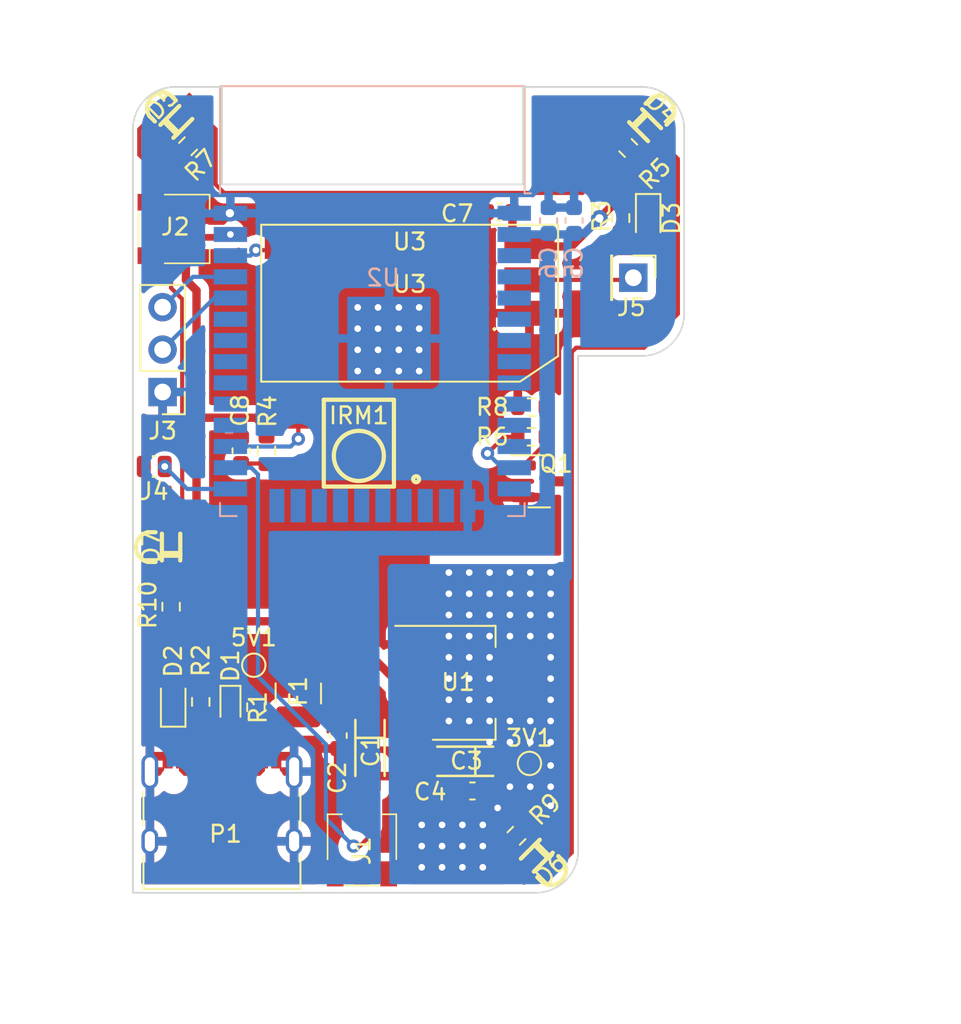
<source format=kicad_pcb>
(kicad_pcb (version 20210606) (generator pcbnew)
  (layers (0 "F.Cu" signal) (31 "B.Cu" signal) (34 "B.Paste" user) (35 "F.Paste" user) (36 "B.SilkS" user "B.Silkscreen") (37 "F.SilkS" user "F.Silkscreen") (38 "B.Mask" user) (39 "F.Mask" user) (44 "Edge.Cuts" user))
  (net 0 "")
  (net 1 "VCC")
  (net 2 "GND")
  (net 3 "3V3")
  (net 4 "Net-(C8-Pad1)")
  (net 5 "Net-(D2-Pad2)")
  (net 6 "/TEST_LED0")
  (net 7 "Net-(D3-Pad2)")
  (net 8 "Net-(F1-Pad2)")
  (net 9 "/IR_RX0")
  (net 10 "/SENSOR2")
  (net 11 "/SENSOR1")
  (net 12 "/MCU_IO0")
  (net 15 "/IR_TX0")
  (net 16 "/MCU_EN")
  (net 26 "/433M_DAT")
  (net 39 "/MCU_RX0")
  (net 40 "/MCU_TX0")
  (net 42 "Net-(D4-Pad2)")
  (net 43 "Net-(D4-Pad1)")
  (net 44 "Net-(D5-Pad2)")
  (net 45 "Net-(D6-Pad2)")
  (net 48 "Net-(J5-Pad1)")
  (net 49 "Net-(D7-Pad2)")
  (net 53 "Net-(Q1-Pad1)")
  (footprint "kay:CAP-SMD_L3.2-W1.6-RD" (layer "F.Cu") (at 45.303694 65.786)
    (fp_text reference "C3" (at 0.071855 -0.018863) (layer "F.SilkS"))
    (fp_text value "22u")
    (pad "1" smd rect locked (at 1.686306 0) (size 1.757502 1.29601) (layers "F.Cu" "F.Paste" "F.Mask") (net 3 "3V3"))
    (pad "2" smd rect locked (at -1.686306 0) (size 1.757502 1.29601) (layers "F.Cu" "F.Paste" "F.Mask") (net 2 "GND"))
  )
  (footprint "Package_TO_SOT_SMD:SOT-23" (layer "F.Cu") (at 49.7332 49.022)
    (fp_text reference "Q1" (at 1.016 -1.0414) (layer "F.SilkS"))
    (fp_text value "Q_NPN_BEC")
    (pad "1" smd roundrect locked (at -0.9375 -0.95) (size 1.475 0.6) (layers "F.Cu" "F.Paste" "F.Mask") (net 53 "Net-(Q1-Pad1)"))
    (pad "2" smd roundrect locked (at -0.9375 0.95) (size 1.475 0.6) (layers "F.Cu" "F.Paste" "F.Mask") (net 2 "GND"))
    (pad "3" smd roundrect locked (at 0.9375 0) (size 1.475 0.6) (layers "F.Cu" "F.Paste" "F.Mask") (net 43 "Net-(D4-Pad1)"))
  )
  (footprint "kay:433M_ANT" (layer "F.Cu") (at 55.372 36.83 -90)
    (fp_text reference "J5" (at 1.778 0.127 180) (layer "F.SilkS"))
    (fp_text value "Conn_01x01_Male")
    (pad "1" thru_hole rect locked (at 0 0 270) (size 1.7 1.7) (drill 1) (layers *.Cu *.Mask) (net 48 "Net-(J5-Pad1)"))
  )
  (footprint "kay:LED-SMD_L3.0-W2.7-RD" (layer "F.Cu") (at 56.076407 27.692776 135)
    (fp_text reference "D4" (at 0 1.436841 315) (layer "F.SilkS"))
    (fp_text value "IR")
    (pad "1" smd rect locked (at -1.350035 0 225) (size 1.399997 0.899998) (layers "F.Cu" "F.Paste" "F.Mask") (net 43 "Net-(D4-Pad1)"))
    (pad "2" smd rect locked (at 1.349985 0 225) (size 1.399997 0.899998) (layers "F.Cu" "F.Paste" "F.Mask") (net 42 "Net-(D4-Pad2)"))
  )
  (footprint "Connector_PinHeader_2.54mm:PinHeader_1x03_P2.54mm_Vertical" (layer "F.Cu") (at 27.178 43.673 180)
    (fp_text reference "J3" (at 0 -2.33) (layer "F.SilkS"))
    (fp_text value "M_SERIAL")
    (pad "1" thru_hole rect locked (at 0 0 180) (size 1.7 1.7) (drill 1) (layers *.Cu *.Mask) (net 2 "GND"))
    (pad "2" thru_hole oval locked (at 0 2.54 180) (size 1.7 1.7) (drill 1) (layers *.Cu *.Mask) (net 39 "/MCU_RX0"))
    (pad "3" thru_hole oval locked (at 0 5.08 180) (size 1.7 1.7) (drill 1) (layers *.Cu *.Mask) (net 40 "/MCU_TX0"))
  )
  (footprint "Resistor_SMD:R_0603_1608Metric" (layer "F.Cu") (at 54.61 33.2595 90)
    (fp_text reference "R3" (at 0.1125 -1.143 90) (layer "F.SilkS"))
    (fp_text value "47K")
    (pad "1" smd roundrect locked (at -0.825 0 90) (size 0.8 0.95) (layers "F.Cu" "F.Paste" "F.Mask") (net 7 "Net-(D3-Pad2)"))
    (pad "2" smd roundrect locked (at 0.825 0 90) (size 0.8 0.95) (layers "F.Cu" "F.Paste" "F.Mask") (net 3 "3V3"))
  )
  (footprint "Resistor_SMD:R_0603_1608Metric" (layer "F.Cu") (at 27.686 56.530985 -90)
    (fp_text reference "R10" (at -0.110965 1.397 90) (layer "F.SilkS"))
    (fp_text value "47")
    (pad "1" smd roundrect locked (at -0.825 0 270) (size 0.8 0.95) (layers "F.Cu" "F.Paste" "F.Mask") (net 49 "Net-(D7-Pad2)"))
    (pad "2" smd roundrect locked (at 0.825 0 270) (size 0.8 0.95) (layers "F.Cu" "F.Paste" "F.Mask") (net 3 "3V3"))
  )
  (footprint "kay:SMD_IRM-H638T-TR2-DX" (layer "F.Cu") (at 38.93312 46.736 -90)
    (fp_text reference "IRM1" (at -1.651 0) (layer "F.SilkS"))
    (fp_text value "IRM-H638T_TR2(DX)")
    (pad "1" smd rect locked (at 1.27 -3.499866 270) (size 0.799998 1.999996) (layers "F.Cu" "F.Paste" "F.Mask") (net 2 "GND"))
    (pad "2" smd rect locked (at -1.27 -3.50012 270) (size 0.799998 1.999996) (layers "F.Cu" "F.Paste" "F.Mask") (net 2 "GND"))
    (pad "3" smd rect locked (at -1.27 3.50012 270) (size 0.799998 1.999996) (layers "F.Cu" "F.Paste" "F.Mask") (net 9 "/IR_RX0"))
    (pad "4" smd rect locked (at 1.27 3.50012 270) (size 0.799998 1.999996) (layers "F.Cu" "F.Paste" "F.Mask") (net 4 "Net-(C8-Pad1)"))
  )
  (footprint "TestPoint:TestPoint_Pad_D1.0mm" (layer "F.Cu") (at 32.639 60.0325)
    (fp_text reference "5V1" (at 0 -1.651) (layer "F.SilkS"))
    (fp_text value "5V")
    (pad "1" smd circle locked (at 0 0) (size 1 1) (layers "F.Cu" "F.Mask") (net 1 "VCC"))
  )
  (footprint "Resistor_SMD:R_0603_1608Metric" (layer "F.Cu") (at 48.373053 70.244947 -135)
    (fp_text reference "R9" (at -2.334879 -0.098168 45) (layer "F.SilkS"))
    (fp_text value "47")
    (pad "1" smd roundrect locked (at -0.825 0 225) (size 0.8 0.95) (layers "F.Cu" "F.Paste" "F.Mask") (net 45 "Net-(D6-Pad2)"))
    (pad "2" smd roundrect locked (at 0.825 0 225) (size 0.8 0.95) (layers "F.Cu" "F.Paste" "F.Mask") (net 3 "3V3"))
  )
  (footprint "LED_SMD:LED_0603_1608Metric" (layer "F.Cu") (at 27.813 62.23 90)
    (fp_text reference "D2" (at 2.4385 0 90) (layer "F.SilkS"))
    (fp_text value "POWER")
    (pad "1" smd roundrect locked (at -0.7875 0 90) (size 0.875 0.95) (layers "F.Cu" "F.Paste" "F.Mask") (net 2 "GND"))
    (pad "2" smd roundrect locked (at 0.7875 0 90) (size 0.875 0.95) (layers "F.Cu" "F.Paste" "F.Mask") (net 5 "Net-(D2-Pad2)"))
  )
  (footprint "kay:LED-SMD_L3.0-W2.7-RD" (layer "F.Cu") (at 49.591416 71.439584 45)
    (fp_text reference "D6" (at 0 1.193533 45) (layer "F.SilkS"))
    (fp_text value "IR")
    (pad "1" smd rect locked (at -1.350035 0 135) (size 1.399997 0.899998) (layers "F.Cu" "F.Paste" "F.Mask") (net 43 "Net-(D4-Pad1)"))
    (pad "2" smd rect locked (at 1.349985 0 135) (size 1.399997 0.899998) (layers "F.Cu" "F.Paste" "F.Mask") (net 45 "Net-(D6-Pad2)"))
  )
  (footprint "Resistor_SMD:R_0603_1608Metric" (layer "F.Cu") (at 49.276 46.355)
    (fp_text reference "R6" (at -2.35 0) (layer "F.SilkS"))
    (fp_text value "1k")
    (pad "1" smd roundrect locked (at -0.825 0) (size 0.8 0.95) (layers "F.Cu" "F.Paste" "F.Mask") (net 15 "/IR_TX0"))
    (pad "2" smd roundrect locked (at 0.825 0) (size 0.8 0.95) (layers "F.Cu" "F.Paste" "F.Mask") (net 53 "Net-(Q1-Pad1)"))
  )
  (footprint "kay:SH1.0MM-SMD" (layer "F.Cu") (at 39.116 71.779)
    (fp_text reference "J1" (at 0 -0.635 90 unlocked) (layer "F.SilkS"))
    (fp_text value "sensor")
    (pad "" smd rect (at -1.6 0.75) (size 1 1.5) (layers "F.Cu" "F.Paste" "F.Mask"))
    (pad "" smd rect (at 1.6 0.75) (size 1 1.5) (layers "F.Cu" "F.Paste" "F.Mask"))
    (pad "1" smd rect locked (at -0.5 -2.83) (size 0.4 1.5) (layers "F.Cu" "F.Paste" "F.Mask") (net 2 "GND"))
    (pad "2" smd rect locked (at 0.5 -2.83) (size 0.4 1.5) (layers "F.Cu" "F.Paste" "F.Mask") (net 11 "/SENSOR1"))
  )
  (footprint "Capacitor_SMD:C_0603_1608Metric" (layer "F.Cu") (at 31.877 47.181 90)
    (fp_text reference "C8" (at 2.4 -0.05588 90) (layer "F.SilkS"))
    (fp_text value "4.7u")
    (pad "1" smd roundrect locked (at -0.775 0 90) (size 0.9 0.95) (layers "F.Cu" "F.Paste" "F.Mask") (net 4 "Net-(C8-Pad1)"))
    (pad "2" smd roundrect locked (at 0.775 0 90) (size 0.9 0.95) (layers "F.Cu" "F.Paste" "F.Mask") (net 2 "GND"))
  )
  (footprint "TestPoint:TestPoint_Pad_D1.0mm" (layer "F.Cu") (at 49.149 65.913)
    (fp_text reference "3V1" (at 0 -1.524) (layer "F.SilkS"))
    (fp_text value "3V3")
    (pad "1" smd circle locked (at 0 0) (size 1 1) (layers "F.Cu" "F.Mask") (net 3 "3V3"))
  )
  (footprint "Capacitor_SMD:C_0603_1608Metric" (layer "F.Cu") (at 37.694 64.249 -90)
    (fp_text reference "C2" (at 2.527 0.05 90) (layer "F.SilkS"))
    (fp_text value "0.1u")
    (pad "1" smd roundrect locked (at -0.775 0 270) (size 0.9 0.95) (layers "F.Cu" "F.Paste" "F.Mask") (net 1 "VCC"))
    (pad "2" smd roundrect locked (at 0.775 0 270) (size 0.9 0.95) (layers "F.Cu" "F.Paste" "F.Mask") (net 2 "GND"))
  )
  (footprint "Capacitor_SMD:C_0504_1310Metric_Pad0.83x1.28mm_HandSolder" (layer "F.Cu") (at 26.6775 48.133 180)
    (fp_text reference "J4" (at 0 -1.49) (layer "F.SilkS"))
    (fp_text value "mcu_en")
    (pad "1" smd roundrect locked (at -0.6275 0 180) (size 0.835 1.28) (layers "F.Cu" "F.Paste" "F.Mask") (net 12 "/MCU_IO0"))
    (pad "2" smd roundrect locked (at 0.6275 0 180) (size 0.835 1.28) (layers "F.Cu" "F.Paste" "F.Mask") (net 2 "GND"))
  )
  (footprint "kay:LED-SMD_L3.0-W2.7-RD" (layer "F.Cu") (at 27.686 52.959 -90)
    (fp_text reference "D7" (at 0 1.193532 90) (layer "F.SilkS"))
    (fp_text value "IR")
    (pad "1" smd rect (at -1.350035 0) (size 1.399997 0.899998) (layers "F.Cu" "F.Paste" "F.Mask") (net 43 "Net-(D4-Pad1)"))
    (pad "2" smd rect (at 1.349985 0) (size 1.399997 0.899998) (layers "F.Cu" "F.Paste" "F.Mask") (net 49 "Net-(D7-Pad2)"))
  )
  (footprint "Connector_USB:USB_C_Receptacle_HRO_TYPE-C-31-M-12" (layer "F.Cu") (at 30.734 69.529949)
    (fp_text reference "P1" (at 0.209161 0.610551) (layer "F.SilkS"))
    (fp_text value "USB_C_Plug_USB2.0")
    (pad "" np_thru_hole circle locked (at -2.89 -2.6) (size 0.65 0.65) (drill 0.65) (layers *.Cu *.Mask))
    (pad "" np_thru_hole circle locked (at 2.89 -2.6) (size 0.65 0.65) (drill 0.65) (layers *.Cu *.Mask))
    (pad "A1" smd rect locked (at -3.25 -4.045) (size 0.6 1.45) (layers "F.Cu" "F.Paste" "F.Mask") (net 2 "GND"))
    (pad "A4" smd rect locked (at -2.45 -4.045) (size 0.6 1.45) (layers "F.Cu" "F.Paste" "F.Mask") (net 8 "Net-(F1-Pad2)"))
    (pad "A5" smd rect locked (at -1.25 -4.045) (size 0.3 1.45) (layers "F.Cu" "F.Paste" "F.Mask"))
    (pad "A6" smd rect locked (at -0.25 -4.045) (size 0.3 1.45) (layers "F.Cu" "F.Paste" "F.Mask"))
    (pad "A7" smd rect locked (at 0.25 -4.045) (size 0.3 1.45) (layers "F.Cu" "F.Paste" "F.Mask"))
    (pad "A8" smd rect locked (at 1.25 -4.045) (size 0.3 1.45) (layers "F.Cu" "F.Paste" "F.Mask"))
    (pad "A9" smd rect locked (at 2.45 -4.045) (size 0.6 1.45) (layers "F.Cu" "F.Paste" "F.Mask") (net 8 "Net-(F1-Pad2)"))
    (pad "A12" smd rect locked (at 3.25 -4.045) (size 0.6 1.45) (layers "F.Cu" "F.Paste" "F.Mask") (net 2 "GND"))
    (pad "B1" smd rect locked (at 3.25 -4.045) (size 0.6 1.45) (layers "F.Cu" "F.Paste" "F.Mask") (net 2 "GND"))
    (pad "B4" smd rect locked (at 2.45 -4.045) (size 0.6 1.45) (layers "F.Cu" "F.Paste" "F.Mask") (net 8 "Net-(F1-Pad2)"))
    (pad "B5" smd rect locked (at 1.75 -4.045) (size 0.3 1.45) (layers "F.Cu" "F.Paste" "F.Mask"))
    (pad "B6" smd rect locked (at 0.75 -4.045) (size 0.3 1.45) (layers "F.Cu" "F.Paste" "F.Mask"))
    (pad "B7" smd rect locked (at -0.75 -4.045) (size 0.3 1.45) (layers "F.Cu" "F.Paste" "F.Mask"))
    (pad "B8" smd rect locked (at -1.75 -4.045) (size 0.3 1.45) (layers "F.Cu" "F.Paste" "F.Mask"))
    (pad "B9" smd rect locked (at -2.45 -4.045) (size 0.6 1.45) (layers "F.Cu" "F.Paste" "F.Mask") (net 8 "Net-(F1-Pad2)"))
    (pad "B12" smd rect locked (at -3.25 -4.045) (size 0.6 1.45) (layers "F.Cu" "F.Paste" "F.Mask") (net 2 "GND"))
    (pad "S1" thru_hole oval locked (at 4.32 1.05) (size 1 1.6) (drill oval 0.6 1.2) (layers *.Cu *.Mask) (net 2 "GND"))
    (pad "S1" thru_hole oval locked (at -4.32 1.05) (size 1 1.6) (drill oval 0.6 1.2) (layers *.Cu *.Mask) (net 2 "GND"))
    (pad "S1" thru_hole oval locked (at -4.32 -3.13) (size 1 2.1) (drill oval 0.6 1.7) (layers *.Cu *.Mask) (net 2 "GND"))
    (pad "S1" thru_hole oval locked (at 4.32 -3.13) (size 1 2.1) (drill oval 0.6 1.7) (layers *.Cu *.Mask) (net 2 "GND"))
  )
  (footprint "Package_TO_SOT_SMD:SOT-223-3_TabPin2" (layer "F.Cu") (at 45.212 61.087)
    (fp_text reference "U1" (at -0.334363 -0.038) (layer "F.SilkS"))
    (fp_text value "AMS1117-3.3")
    (pad "1" smd rect locked (at -3.15 -2.3) (size 2 1.5) (layers "F.Cu" "F.Paste" "F.Mask") (net 2 "GND"))
    (pad "2" smd rect locked (at -3.15 0) (size 2 1.5) (layers "F.Cu" "F.Paste" "F.Mask") (net 3 "3V3"))
    (pad "2" smd rect locked (at 3.15 0) (size 2 3.8) (layers "F.Cu" "F.Paste" "F.Mask") (net 3 "3V3"))
    (pad "3" smd rect locked (at -3.15 2.3) (size 2 1.5) (layers "F.Cu" "F.Paste" "F.Mask") (net 1 "VCC"))
  )
  (footprint "Resistor_SMD:R_0603_1608Metric" (layer "F.Cu") (at 28.702 28.956 45)
    (fp_text reference "R7" (at -0.269408 1.347038 45) (layer "F.SilkS"))
    (fp_text value "47")
    (pad "1" smd roundrect locked (at -0.825 0 45) (size 0.8 0.95) (layers "F.Cu" "F.Paste" "F.Mask") (net 44 "Net-(D5-Pad2)"))
    (pad "2" smd roundrect locked (at 0.825 0 45) (size 0.8 0.95) (layers "F.Cu" "F.Paste" "F.Mask") (net 3 "3V3"))
  )
  (footprint "Resistor_SMD:R_0603_1608Metric" (layer "F.Cu") (at 33.401 47.181 90)
    (fp_text reference "R4" (at 2.35 0.07112 90) (layer "F.SilkS"))
    (fp_text value "100")
    (pad "1" smd roundrect locked (at -0.825 0 90) (size 0.8 0.95) (layers "F.Cu" "F.Paste" "F.Mask") (net 4 "Net-(C8-Pad1)"))
    (pad "2" smd roundrect locked (at 0.825 0 90) (size 0.8 0.95) (layers "F.Cu" "F.Paste" "F.Mask") (net 3 "3V3"))
  )
  (footprint "kay:FengNiaoR3" (layer "F.Cu") (at 42.228 37.973 180)
    (fp_text reference "U3" (at 0.254 0.762) (layer "F.SilkS"))
    (fp_text value "FengNiaoR3")
    (fp_text user "${REFERENCE}" (at 0.254 3.302) (layer "F.SilkS"))
    (fp_text user "." (at -4.826 -1.524) (layer "F.SilkS"))
    (pad "1" smd rect locked (at 7.429 -0.984 270) (size 1.5 3) (layers "F.Cu" "F.Paste" "F.Mask") (net 2 "GND"))
    (pad "2" smd rect locked (at 7.429 1.016 270) (size 1.5 3) (layers "F.Cu" "F.Paste" "F.Mask") (net 2 "GND"))
    (pad "3" smd rect locked (at 7.429 3.016 270) (size 1.5 3) (layers "F.Cu" "F.Paste" "F.Mask") (net 26 "/433M_DAT"))
    (pad "4" smd rect locked (at -6.921 3.016 270) (size 1.5 3) (layers "F.Cu" "F.Paste" "F.Mask") (net 3 "3V3"))
    (pad "5" smd rect locked (at -6.921 1.016 270) (size 1.5 3) (layers "F.Cu" "F.Paste" "F.Mask") (net 48 "Net-(J5-Pad1)"))
    (pad "6" smd rect locked (at -6.921 -0.984 270) (size 1.5 3) (layers "F.Cu" "F.Paste" "F.Mask") (net 2 "GND"))
  )
  (footprint "Capacitor_SMD:C_0603_1608Metric" (layer "F.Cu") (at 47.358 32.893 180)
    (fp_text reference "C7" (at 2.54 -0.095) (layer "F.SilkS"))
    (fp_text value "4.7u")
    (pad "1" smd roundrect locked (at -0.775 0 180) (size 0.9 0.95) (layers "F.Cu" "F.Paste" "F.Mask") (net 3 "3V3"))
    (pad "2" smd roundrect locked (at 0.775 0 180) (size 0.9 0.95) (layers "F.Cu" "F.Paste" "F.Mask") (net 2 "GND"))
  )
  (footprint "Resistor_SMD:R_0603_1608Metric" (layer "F.Cu") (at 55.068037 29.058437 -45)
    (fp_text reference "R5" (at 2.22592 -0.035921 45) (layer "F.SilkS"))
    (fp_text value "47")
    (pad "1" smd roundrect locked (at -0.825 0 315) (size 0.8 0.95) (layers "F.Cu" "F.Paste" "F.Mask") (net 42 "Net-(D4-Pad2)"))
    (pad "2" smd roundrect locked (at 0.825 0 315) (size 0.8 0.95) (layers "F.Cu" "F.Paste" "F.Mask") (net 3 "3V3"))
  )
  (footprint "Fuse:Fuse_1210_3225Metric" (layer "F.Cu") (at 35.306 61.725 -90)
    (fp_text reference "F1" (at -0.13 0 -90) (layer "F.SilkS"))
    (fp_text value "NC/Fuse")
    (pad "1" smd roundrect locked (at -1.4 0 270) (size 1.25 2.65) (layers "F.Cu" "F.Paste" "F.Mask") (roundrect_rratio 0.2) (net 1 "VCC"))
    (pad "2" smd roundrect locked (at 1.4 0 270) (size 1.25 2.65) (layers "F.Cu" "F.Paste" "F.Mask") (roundrect_rratio 0.2) (net 8 "Net-(F1-Pad2)"))
  )
  (footprint "Diode_SMD:D_SOD-523" (layer "F.Cu") (at 31.242 62.419 -90)
    (fp_text reference "D1" (at -2.348 0 90) (layer "F.SilkS"))
    (fp_text value "SM6T6V8A")
    (pad "1" smd rect locked (at -0.7 0 90) (size 0.6 0.7) (layers "F.Cu" "F.Paste" "F.Mask") (net 1 "VCC"))
    (pad "2" smd rect locked (at 0.7 0 90) (size 0.6 0.7) (layers "F.Cu" "F.Paste" "F.Mask") (net 2 "GND"))
  )
  (footprint "Resistor_SMD:R_0603_1608Metric" (layer "F.Cu") (at 49.276 44.577)
    (fp_text reference "R8" (at -2.35 0) (layer "F.SilkS"))
    (fp_text value "100k")
    (pad "1" smd roundrect locked (at -0.825 0) (size 0.8 0.95) (layers "F.Cu" "F.Paste" "F.Mask") (net 2 "GND"))
    (pad "2" smd roundrect locked (at 0.825 0) (size 0.8 0.95) (layers "F.Cu" "F.Paste" "F.Mask") (net 53 "Net-(Q1-Pad1)"))
  )
  (footprint "Resistor_SMD:R_0603_1608Metric" (layer "F.Cu") (at 29.464 62.23 -90)
    (fp_text reference "R2" (at -2.477 0 -90) (layer "F.SilkS"))
    (fp_text value "47K")
    (pad "1" smd roundrect locked (at -0.825 0 270) (size 0.8 0.95) (layers "F.Cu" "F.Paste" "F.Mask") (net 3 "3V3"))
    (pad "2" smd roundrect locked (at 0.825 0 270) (size 0.8 0.95) (layers "F.Cu" "F.Paste" "F.Mask") (net 5 "Net-(D2-Pad2)"))
  )
  (footprint "Capacitor_SMD:C_0603_1608Metric" (layer "F.Cu") (at 45.733 67.564 180)
    (fp_text reference "C4" (at 2.527 -0.05) (layer "F.SilkS"))
    (fp_text value "0.1u")
    (pad "1" smd roundrect locked (at -0.775 0 180) (size 0.9 0.95) (layers "F.Cu" "F.Paste" "F.Mask") (net 3 "3V3"))
    (pad "2" smd roundrect locked (at 0.775 0 180) (size 0.9 0.95) (layers "F.Cu" "F.Paste" "F.Mask") (net 2 "GND"))
  )
  (footprint "LED_SMD:LED_0603_1608Metric" (layer "F.Cu") (at 56.261 33.2995 -90)
    (fp_text reference "D3" (at -0.0255 -1.397 90) (layer "F.SilkS"))
    (fp_text value "TEST")
    (pad "1" smd roundrect locked (at -0.7875 0 270) (size 0.875 0.95) (layers "F.Cu" "F.Paste" "F.Mask") (net 6 "/TEST_LED0"))
    (pad "2" smd roundrect locked (at 0.7875 0 270) (size 0.875 0.95) (layers "F.Cu" "F.Paste" "F.Mask") (net 7 "Net-(D3-Pad2)"))
  )
  (footprint "kay:CAP-SMD_L3.2-W1.6-RD" (layer "F.Cu") (at 39.599 64.988694 90)
    (fp_text reference "C1" (at -0.182194 0.044839 90) (layer "F.SilkS"))
    (fp_text value "22u")
    (pad "1" smd rect locked (at 1.686306 0 90) (size 1.757502 1.29601) (layers "F.Cu" "F.Paste" "F.Mask") (net 1 "VCC"))
    (pad "2" smd rect locked (at -1.686306 0 90) (size 1.757502 1.29601) (layers "F.Cu" "F.Paste" "F.Mask") (net 2 "GND"))
  )
  (footprint "kay:LED-SMD_L3.0-W2.7-RD" (layer "F.Cu") (at 28.001381 27.497619 -135)
    (fp_text reference "D5" (at -0.168054 1.361586 45) (layer "F.SilkS"))
    (fp_text value "IR")
    (pad "1" smd rect locked (at -1.350035 0 315) (size 1.399997 0.899998) (layers "F.Cu" "F.Paste" "F.Mask") (net 43 "Net-(D4-Pad1)"))
    (pad "2" smd rect locked (at 1.349985 0 315) (size 1.399997 0.899998) (layers "F.Cu" "F.Paste" "F.Mask") (net 44 "Net-(D5-Pad2)"))
  )
  (footprint "Resistor_SMD:R_0603_1608Metric" (layer "F.Cu") (at 32.766 62.547 -90)
    (fp_text reference "R1" (at 0.0255 -0.127 90) (layer "F.SilkS"))
    (fp_text value "NC/0")
    (pad "1" smd roundrect locked (at -0.825 0 270) (size 0.8 0.95) (layers "F.Cu" "F.Paste" "F.Mask") (net 1 "VCC"))
    (pad "2" smd roundrect locked (at 0.825 0 270) (size 0.8 0.95) (layers "F.Cu" "F.Paste" "F.Mask") (net 8 "Net-(F1-Pad2)"))
  )
  (footprint "kay:SH1.0MM-SMD" (layer "F.Cu") (at 27.178 33.909 -90)
    (fp_text reference "J2" (at -0.127 -0.762 unlocked) (layer "F.SilkS"))
    (fp_text value "sensor")
    (pad "" smd rect (at 1.6 0.75 270) (size 1 1.5) (layers "F.Cu" "F.Paste" "F.Mask"))
    (pad "" smd rect (at -1.6 0.75 270) (size 1 1.5) (layers "F.Cu" "F.Paste" "F.Mask"))
    (pad "1" smd rect locked (at -0.5 -2.83 270) (size 0.4 1.5) (layers "F.Cu" "F.Paste" "F.Mask") (net 2 "GND"))
    (pad "2" smd rect locked (at 0.5 -2.83 270) (size 0.4 1.5) (layers "F.Cu" "F.Paste" "F.Mask") (net 10 "/SENSOR2"))
  )
  (footprint "Capacitor_SMD:C_0603_1608Metric" (layer "B.Cu") (at 50.297321 33.401477 90)
    (fp_text reference "C6" (at -2.54 0 90) (layer "B.SilkS") (effects (justify mirror)))
    (fp_text value "0.1u")
    (pad "1" smd roundrect (at -0.775 0 90) (size 0.9 0.95) (layers "B.Cu" "B.Paste" "B.Mask") (net 3 "3V3"))
    (pad "2" smd roundrect locked (at 0.775 0 90) (size 0.9 0.95) (layers "B.Cu" "B.Paste" "B.Mask") (net 2 "GND"))
  )
  (footprint "RF_Module:ESP32-WROOM-32" (layer "B.Cu") (at 39.738826 41.222002 180)
    (fp_text reference "U2" (at -0.647174 4.392002 180) (layer "B.SilkS") (effects (justify mirror)))
    (fp_text value "ESP32-WROOM-32")
    (pad "1" smd rect locked (at -8.5 8.255 180) (size 2 0.9) (layers "B.Cu" "B.Paste" "B.Mask") (net 2 "GND"))
    (pad "2" smd rect locked (at -8.5 6.985 180) (size 2 0.9) (layers "B.Cu" "B.Paste" "B.Mask") (net 3 "3V3"))
    (pad "3" smd rect locked (at -8.5 5.715 180) (size 2 0.9) (layers "B.Cu" "B.Paste" "B.Mask") (net 16 "/MCU_EN"))
    (pad "4" smd rect locked (at -8.5 4.445 180) (size 2 0.9) (layers "B.Cu" "B.Paste" "B.Mask"))
    (pad "5" smd rect locked (at -8.5 3.175 180) (size 2 0.9) (layers "B.Cu" "B.Paste" "B.Mask"))
    (pad "6" smd rect locked (at -8.5 1.905 180) (size 2 0.9) (layers "B.Cu" "B.Paste" "B.Mask"))
    (pad "7" smd rect locked (at -8.5 0.635 180) (size 2 0.9) (layers "B.Cu" "B.Paste" "B.Mask"))
    (pad "8" smd rect locked (at -8.5 -0.635 180) (size 2 0.9) (layers "B.Cu" "B.Paste" "B.Mask"))
    (pad "9" smd rect locked (at -8.5 -1.905 180) (size 2 0.9) (layers "B.Cu" "B.Paste" "B.Mask"))
    (pad "10" smd rect locked (at -8.5 -3.175 180) (size 2 0.9) (layers "B.Cu" "B.Paste" "B.Mask"))
    (pad "11" smd rect locked (at -8.5 -4.445 180) (size 2 0.9) (layers "B.Cu" "B.Paste" "B.Mask"))
    (pad "12" smd rect locked (at -8.5 -5.715 180) (size 2 0.9) (layers "B.Cu" "B.Paste" "B.Mask"))
    (pad "13" smd rect locked (at -8.5 -6.985 180) (size 2 0.9) (layers "B.Cu" "B.Paste" "B.Mask") (net 15 "/IR_TX0"))
    (pad "14" smd rect locked (at -8.5 -8.255 180) (size 2 0.9) (layers "B.Cu" "B.Paste" "B.Mask"))
    (pad "15" smd rect locked (at -5.715 -9.255 90) (size 2 0.9) (layers "B.Cu" "B.Paste" "B.Mask") (net 2 "GND"))
    (pad "16" smd rect locked (at -4.445 -9.255 90) (size 2 0.9) (layers "B.Cu" "B.Paste" "B.Mask"))
    (pad "17" smd rect locked (at -3.175 -9.255 90) (size 2 0.9) (layers "B.Cu" "B.Paste" "B.Mask"))
    (pad "18" smd rect locked (at -1.905 -9.255 90) (size 2 0.9) (layers "B.Cu" "B.Paste" "B.Mask"))
    (pad "19" smd rect locked (at -0.635 -9.255 90) (size 2 0.9) (layers "B.Cu" "B.Paste" "B.Mask"))
    (pad "20" smd rect locked (at 0.635 -9.255 90) (size 2 0.9) (layers "B.Cu" "B.Paste" "B.Mask"))
    (pad "21" smd rect locked (at 1.905 -9.255 90) (size 2 0.9) (layers "B.Cu" "B.Paste" "B.Mask"))
    (pad "22" smd rect locked (at 3.175 -9.255 90) (size 2 0.9) (layers "B.Cu" "B.Paste" "B.Mask"))
    (pad "23" smd rect locked (at 4.445 -9.255 90) (size 2 0.9) (layers "B.Cu" "B.Paste" "B.Mask"))
    (pad "24" smd rect locked (at 5.715 -9.255 90) (size 2 0.9) (layers "B.Cu" "B.Paste" "B.Mask"))
    (pad "25" smd rect locked (at 8.5 -8.255 180) (size 2 0.9) (layers "B.Cu" "B.Paste" "B.Mask") (net 12 "/MCU_IO0"))
    (pad "26" smd rect locked (at 8.5 -6.985 180) (size 2 0.9) (layers "B.Cu" "B.Paste" "B.Mask") (net 11 "/SENSOR1"))
    (pad "27" smd rect locked (at 8.5 -5.715 180) (size 2 0.9) (layers "B.Cu" "B.Paste" "B.Mask") (net 9 "/IR_RX0"))
    (pad "28" smd rect locked (at 8.5 -4.445 180) (size 2 0.9) (layers "B.Cu" "B.Paste" "B.Mask"))
    (pad "29" smd rect locked (at 8.5 -3.175 180) (size 2 0.9) (layers "B.Cu" "B.Paste" "B.Mask"))
    (pad "30" smd rect locked (at 8.5 -1.905 180) (size 2 0.9) (layers "B.Cu" "B.Paste" "B.Mask"))
    (pad "31" smd rect locked (at 8.5 -0.635 180) (size 2 0.9) (layers "B.Cu" "B.Paste" "B.Mask"))
    (pad "32" smd rect locked (at 8.5 0.635 180) (size 2 0.9) (layers "B.Cu" "B.Paste" "B.Mask"))
    (pad "33" smd rect locked (at 8.5 1.905 180) (size 2 0.9) (layers "B.Cu" "B.Paste" "B.Mask"))
    (pad "34" smd rect locked (at 8.5 3.175 180) (size 2 0.9) (layers "B.Cu" "B.Paste" "B.Mask") (net 39 "/MCU_RX0"))
    (pad "35" smd rect locked (at 8.5 4.445 180) (size 2 0.9) (layers "B.Cu" "B.Paste" "B.Mask") (net 40 "/MCU_TX0"))
    (pad "36" smd rect locked (at 8.5 5.715 180) (size 2 0.9) (layers "B.Cu" "B.Paste" "B.Mask") (net 26 "/433M_DAT"))
    (pad "37" smd rect locked (at 8.5 6.985 180) (size 2 0.9) (layers "B.Cu" "B.Paste" "B.Mask") (net 10 "/SENSOR2"))
    (pad "38" smd rect locked (at 8.5 8.255 180) (size 2 0.9) (layers "B.Cu" "B.Paste" "B.Mask") (net 2 "GND"))
    (pad "39" smd rect locked (at -1 0.755 180) (size 5 5) (layers "B.Cu" "B.Paste" "B.Mask") (net 2 "GND"))
  )
  (footprint "Capacitor_SMD:C_0603_1608Metric" (layer "B.Cu") (at 51.821321 33.401477 90)
    (fp_text reference "C5" (at -2.54 0 90) (layer "B.SilkS") (effects (justify mirror)))
    (fp_text value "10u")
    (pad "1" smd roundrect locked (at -0.775 0 90) (size 0.9 0.95) (layers "B.Cu" "B.Paste" "B.Mask") (net 3 "3V3"))
    (pad "2" smd roundrect locked (at 0.775 0 90) (size 0.9 0.95) (layers "B.Cu" "B.Paste" "B.Mask") (net 2 "GND"))
  )
  (gr_line (start 48.768 31.242) (end 48.768 25.4) (layer "Edge.Cuts") (width 0.1))
  (gr_arc (start 55.88 38.970949) (end 58.42 38.970949) (angle 90) (layer "Edge.Cuts") (width 0.1))
  (gr_arc (start 49.53 71.12) (end 49.53 73.66) (angle -90) (layer "Edge.Cuts") (width 0.1))
  (gr_line (start 25.4 73.66) (end 25.4 27.94) (layer "Edge.Cuts") (width 0.1))
  (gr_line (start 58.42 38.970949) (end 58.42 27.94) (layer "Edge.Cuts") (width 0.1))
  (gr_line (start 27.94 25.4) (end 30.734 25.4) (layer "Edge.Cuts") (width 0.1))
  (gr_line (start 30.607 25.4) (end 30.607 25.4) (layer "Edge.Cuts") (width 0.1))
  (gr_line (start 48.768 25.4) (end 55.88 25.4) (layer "Edge.Cuts") (width 0.1))
  (gr_line (start 30.734 25.4) (end 30.734 31.242) (layer "Edge.Cuts") (width 0.1))
  (gr_arc (start 27.94 27.94) (end 25.4 27.94) (angle 90) (layer "Edge.Cuts") (width 0.1))
  (gr_line (start 52.065421 41.510949) (end 55.88 41.510949) (layer "Edge.Cuts") (width 0.1))
  (gr_line (start 49.53 73.66) (end 25.4 73.66) (layer "Edge.Cuts") (width 0.1))
  (gr_line (start 30.734 31.242) (end 48.768 31.242) (layer "Edge.Cuts") (width 0.1))
  (gr_line (start 52.065421 41.510949) (end 52.07 71.12) (layer "Edge.Cuts") (width 0.1))
  (gr_arc (start 55.88 27.94) (end 55.88 25.4) (angle 90) (layer "Edge.Cuts") (width 0.1))
  (segment (start 35.306 60.325) (end 37.694 62.713) (width 0.5) (layer "F.Cu") (net 1))
  (segment (start 37.694 62.713) (end 37.694 63.474) (width 0.5) (layer "F.Cu") (net 1))
  (segment (start 27.813 63.5) (end 27.813 63.0175) (width 0.5) (layer "F.Cu") (net 2))
  (segment (start 28.448 64.135) (end 27.813 63.5) (width 0.5) (layer "F.Cu") (net 2))
  (segment (start 31.242 63.119) (end 31.242 63.5) (width 0.5) (layer "F.Cu") (net 2))
  (segment (start 31.242 63.5) (end 30.607 64.135) (width 0.5) (layer "F.Cu") (net 2))
  (segment (start 30.008 33.409) (end 30.766502 33.409) (width 0.5) (layer "F.Cu") (net 2))
  (segment (start 30.766502 33.409) (end 31.2085 32.967002) (width 0.5) (layer "F.Cu") (net 2))
  (segment (start 30.607 64.135) (end 28.448 64.135) (width 0.5) (layer "F.Cu") (net 2))
  (segment (start 43.617388 65.786) (end 43.617388 66.223388) (width 0.5) (layer "F.Cu") (net 2))
  (segment (start 43.617388 66.223388) (end 44.958 67.564) (width 0.5) (layer "F.Cu") (net 2))
  (via (at 40.0812 41.148) (size 0.8) (drill 0.4) (layers "F.Cu" "B.Cu") (net 2))
  (via (at 41.3258 38.608) (size 0.8) (drill 0.4) (layers "F.Cu" "B.Cu") (net 2))
  (via (at 42.545 42.418) (size 0.8) (drill 0.4) (layers "F.Cu" "B.Cu") (net 2))
  (via (at 42.545 38.608) (size 0.8) (drill 0.4) (layers "F.Cu" "B.Cu") (net 2))
  (via (at 41.3258 41.148) (size 0.8) (drill 0.4) (layers "F.Cu" "B.Cu") (net 2))
  (via (at 38.862 41.148) (size 0.8) (drill 0.4) (layers "F.Cu" "B.Cu") (net 2))
  (via (at 41.3258 42.418) (size 0.8) (drill 0.4) (layers "F.Cu" "B.Cu") (net 2))
  (via (at 40.0812 39.878) (size 0.8) (drill 0.4) (layers "F.Cu" "B.Cu") (net 2))
  (via (at 42.545 41.148) (size 0.8) (drill 0.4) (layers "F.Cu" "B.Cu") (net 2))
  (via (at 38.862 39.878) (size 0.8) (drill 0.4) (layers "F.Cu" "B.Cu") (net 2))
  (via (at 42.545 39.878) (size 0.8) (drill 0.4) (layers "F.Cu" "B.Cu") (net 2))
  (via (at 40.0812 42.418) (size 0.8) (drill 0.4) (layers "F.Cu" "B.Cu") (net 2))
  (via (at 41.3258 39.878) (size 0.8) (drill 0.4) (layers "F.Cu" "B.Cu") (net 2))
  (via (at 40.0812 38.608) (size 0.8) (drill 0.4) (layers "F.Cu" "B.Cu") (net 2))
  (via (at 31.2085 32.967002) (size 1) (drill 0.5) (layers "F.Cu" "B.Cu") (net 2))
  (via (at 38.862 42.418) (size 0.8) (drill 0.4) (layers "F.Cu" "B.Cu") (net 2))
  (via (at 38.862 38.608) (size 0.8) (drill 0.4) (layers "F.Cu" "B.Cu") (net 2))
  (segment (start 27.686 57.355985) (end 27.686 59.182) (width 0.5) (layer "F.Cu") (net 3))
  (segment (start 27.686 59.182) (end 29.464 60.96) (width 0.5) (layer "F.Cu") (net 3))
  (segment (start 28.575 30.77147) (end 28.575 36.957) (width 0.5) (layer "F.Cu") (net 3))
  (segment (start 42.062 61.087) (end 41.275 61.087) (width 0.5) (layer "F.Cu") (net 3))
  (segment (start 29.337 45.212) (end 29.21 45.085) (width 0.5) (layer "F.Cu") (net 3))
  (segment (start 29.21 37.592) (end 29.21 45.085) (width 0.5) (layer "F.Cu") (net 3))
  (segment (start 28.575 36.957) (end 29.21 37.592) (width 0.5) (layer "F.Cu") (net 3))
  (segment (start 29.285363 30.061107) (end 28.575 30.77147) (width 0.5) (layer "F.Cu") (net 3))
  (segment (start 29.21 55.831985) (end 29.21 46.355) (width 0.5) (layer "F.Cu") (net 3))
  (segment (start 29.285363 28.372637) (end 29.285363 30.061107) (width 0.5) (layer "F.Cu") (net 3))
  (segment (start 29.21 45.085) (end 29.21 46.355) (width 0.5) (layer "F.Cu") (net 3))
  (segment (start 37.592 57.404) (end 27.734015 57.404) (width 0.5) (layer "F.Cu") (net 3))
  (segment (start 55.626 29.718) (end 54.61 30.734) (width 0.5) (layer "F.Cu") (net 3))
  (segment (start 27.734015 57.404) (end 27.686 57.355985) (width 0.5) (layer "F.Cu") (net 3))
  (segment (start 48.133 33.941) (end 49.149 34.957) (width 0.5) (layer "F.Cu") (net 3))
  (segment (start 54.61 30.734) (end 54.61 32.4345) (width 0.5) (layer "F.Cu") (net 3))
  (segment (start 54.1795 32.4345) (end 54.61 32.4345) (width 0.5) (layer "F.Cu") (net 3))
  (segment (start 33.401 45.847) (end 33.401 46.356) (width 0.5) (layer "F.Cu") (net 3))
  (segment (start 30.353 45.212) (end 32.766 45.212) (width 0.5) (layer "F.Cu") (net 3))
  (segment (start 27.686 57.355985) (end 29.21 55.831985) (width 0.5) (layer "F.Cu") (net 3))
  (segment (start 32.766 45.212) (end 33.401 45.847) (width 0.5) (layer "F.Cu") (net 3))
  (segment (start 53.34 33.274) (end 54.1795 32.4345) (width 0.5) (layer "F.Cu") (net 3))
  (segment (start 51.657 34.957) (end 53.34 33.274) (width 0.5) (layer "F.Cu") (net 3))
  (segment (start 29.464 60.96) (end 29.464 61.405) (width 0.5) (layer "F.Cu") (net 3))
  (segment (start 48.133 32.893) (end 48.133 33.941) (width 0.5) (layer "F.Cu") (net 3))
  (segment (start 30.353 45.212) (end 29.337 45.212) (width 0.5) (layer "F.Cu") (net 3))
  (segment (start 49.149 34.957) (end 51.657 34.957) (width 0.5) (layer "F.Cu") (net 3))
  (segment (start 41.275 61.087) (end 37.592 57.404) (width 0.5) (layer "F.Cu") (net 3))
  (via (at 50.419 60.833) (size 0.8) (drill 0.4) (layers "F.Cu" "B.Cu") (net 3))
  (via (at 42.6974 69.596) (size 0.8) (drill 0.4) (layers "F.Cu" "B.Cu") (net 3))
  (via (at 53.34 33.274) (size 1) (drill 0.5) (layers "F.Cu" "B.Cu") (net 3))
  (via (at 45.5422 55.753) (size 0.8) (drill 0.4) (layers "F.Cu" "B.Cu") (net 3))
  (via (at 47.9806 55.753) (size 0.8) (drill 0.4) (layers "F.Cu" "B.Cu") (net 3))
  (via (at 44.323 57.023) (size 0.8) (drill 0.4) (layers "F.Cu" "B.Cu") (net 3))
  (via (at 47.9806 54.483) (size 0.8) (drill 0.4) (layers "F.Cu" "B.Cu") (net 3))
  (via (at 50.419 58.293) (size 0.8) (drill 0.4) (layers "F.Cu" "B.Cu") (net 3))
  (via (at 49.1998 58.293) (size 0.8) (drill 0.4) (layers "F.Cu" "B.Cu") (net 3))
  (via (at 45.5422 58.293) (size 0.8) (drill 0.4) (layers "F.Cu" "B.Cu") (net 3))
  (via (at 46.7614 60.833) (size 0.8) (drill 0.4) (layers "F.Cu" "B.Cu") (net 3))
  (via (at 44.323 58.293) (size 0.8) (drill 0.4) (layers "F.Cu" "B.Cu") (net 3))
  (via (at 43.9166 72.136) (size 0.8) (drill 0.4) (layers "F.Cu" "B.Cu") (net 3))
  (via (at 49.1998 55.753) (size 0.8) (drill 0.4) (layers "F.Cu" "B.Cu") (net 3))
  (via (at 49.1998 54.483) (size 0.8) (drill 0.4) (layers "F.Cu" "B.Cu") (net 3))
  (via (at 47.9806 63.373) (size 0.8) (drill 0.4) (layers "F.Cu" "B.Cu") (net 3))
  (via (at 50.419 68.453) (size 0.8) (drill 0.4) (layers "F.Cu" "B.Cu") (net 3))
  (via (at 46.7614 64.643) (size 0.8) (drill 0.4) (layers "F.Cu" "B.Cu") (net 3))
  (via (at 49.1998 64.643) (size 0.8) (drill 0.4) (layers "F.Cu" "B.Cu") (net 3))
  (via (at 50.419 55.753) (size 0.8) (drill 0.4) (layers "F.Cu" "B.Cu") (net 3))
  (via (at 47.9806 58.293) (size 0.8) (drill 0.4) (layers "F.Cu" "B.Cu") (net 3))
  (via (at 46.7614 58.293) (size 0.8) (drill 0.4) (layers "F.Cu" "B.Cu") (net 3))
  (via (at 46.355 70.866) (size 0.8) (drill 0.4) (layers "F.Cu" "B.Cu") (net 3))
  (via (at 50.419 67.31) (size 0.8) (drill 0.4) (layers "F.Cu" "B.Cu") (net 3))
  (via (at 50.419 54.483) (size 0.8) (drill 0.4) (layers "F.Cu" "B.Cu") (net 3))
  (via (at 45.1358 70.866) (size 0.8) (drill 0.4) (layers "F.Cu" "B.Cu") (net 3))
  (via (at 44.323 59.563) (size 0.8) (drill 0.4) (layers "F.Cu" "B.Cu") (net 3))
  (via (at 47.9806 67.31) (size 0.8) (drill 0.4) (layers "F.Cu" "B.Cu") (net 3))
  (via (at 47.9806 64.643) (size 0.8) (drill 0.4) (layers "F.Cu" "B.Cu") (net 3))
  (via (at 45.5422 59.563) (size 0.8) (drill 0.4) (layers "F.Cu" "B.Cu") (net 3))
  (via (at 45.1358 69.596) (size 0.8) (drill 0.4) (layers "F.Cu" "B.Cu") (net 3))
  (via (at 46.355 72.136) (size 0.8) (drill 0.4) (layers "F.Cu" "B.Cu") (net 3))
  (via (at 44.323 60.833) (size 0.8) (drill 0.4) (layers "F.Cu" "B.Cu") (net 3))
  (via (at 45.1358 72.136) (size 0.8) (drill 0.4) (layers "F.Cu" "B.Cu") (net 3))
  (via (at 50.419 57.023) (size 0.8) (drill 0.4) (layers "F.Cu" "B.Cu") (net 3))
  (via (at 43.9166 69.596) (size 0.8) (drill 0.4) (layers "F.Cu" "B.Cu") (net 3))
  (via (at 49.1998 67.31) (size 0.8) (drill 0.4) (layers "F.Cu" "B.Cu") (net 3))
  (via (at 46.7614 55.753) (size 0.8) (drill 0.4) (layers "F.Cu" "B.Cu") (net 3))
  (via (at 43.9166 70.866) (size 0.8) (drill 0.4) (layers "F.Cu" "B.Cu") (net 3))
  (via (at 44.323 62.103) (size 0.8) (drill 0.4) (layers "F.Cu" "B.Cu") (net 3))
  (via (at 46.7614 59.563) (size 0.8) (drill 0.4) (layers "F.Cu" "B.Cu") (net 3))
  (via (at 49.1998 57.023) (size 0.8) (drill 0.4) (layers "F.Cu" "B.Cu") (net 3))
  (via (at 46.7614 54.483) (size 0.8) (drill 0.4) (layers "F.Cu" "B.Cu") (net 3))
  (via (at 46.7614 62.103) (size 0.8) (drill 0.4) (layers "F.Cu" "B.Cu") (net 3))
  (via (at 47.9806 57.023) (size 0.8) (drill 0.4) (layers "F.Cu" "B.Cu") (net 3))
  (via (at 50.419 62.103) (size 0.8) (drill 0.4) (layers "F.Cu" "B.Cu") (net 3))
  (via (at 50.419 63.373) (size 0.8) (drill 0.4) (layers "F.Cu" "B.Cu") (net 3))
  (via (at 49.1998 63.373) (size 0.8) (drill 0.4) (layers "F.Cu" "B.Cu") (net 3))
  (via (at 46.7614 57.023) (size 0.8) (drill 0.4) (layers "F.Cu" "B.Cu") (net 3))
  (via (at 44.323 63.373) (size 0.8) (drill 0.4) (layers "F.Cu" "B.Cu") (net 3))
  (via (at 45.5422 63.373) (size 0.8) (drill 0.4) (layers "F.Cu" "B.Cu") (net 3))
  (via (at 44.323 55.753) (size 0.8) (drill 0.4) (layers "F.Cu" "B.Cu") (net 3))
  (via (at 44.323 54.483) (size 0.8) (drill 0.4) (layers "F.Cu" "B.Cu") (net 3))
  (via (at 42.6974 70.866) (size 0.8) (drill 0.4) (layers "F.Cu" "B.Cu") (net 3))
  (via (at 50.419 66.04) (size 0.8) (drill 0.4) (layers "F.Cu" "B.Cu") (net 3))
  (via (at 45.5422 54.483) (size 0.8) (drill 0.4) (layers "F.Cu" "B.Cu") (net 3))
  (via (at 45.5422 60.833) (size 0.8) (drill 0.4) (layers "F.Cu" "B.Cu") (net 3))
  (via (at 45.5422 62.103) (size 0.8) (drill 0.4) (layers "F.Cu" "B.Cu") (net 3))
  (via (at 42.6974 72.136) (size 0.8) (drill 0.4) (layers "F.Cu" "B.Cu") (net 3))
  (via (at 46.7614 63.373) (size 0.8) (drill 0.4) (layers "F.Cu" "B.Cu") (net 3))
  (via (at 50.419 59.563) (size 0.8) (drill 0.4) (layers "F.Cu" "B.Cu") (net 3))
  (via (at 47.244 68.58) (size 0.8) (drill 0.4) (layers "F.Cu" "B.Cu") (net 3))
  (via (at 45.5422 57.023) (size 0.8) (drill 0.4) (layers "F.Cu" "B.Cu") (net 3))
  (via (at 50.419 64.643) (size 0.8) (drill 0.4) (layers "F.Cu" "B.Cu") (net 3))
  (via (at 46.355 69.596) (size 0.8) (drill 0.4) (layers "F.Cu" "B.Cu") (net 3))
  (segment (start 51.821321 34.176477) (end 51.435 34.562798) (width 0.5) (layer "B.Cu") (net 3))
  (segment (start 51.435 54.737) (end 50.419 55.753) (width 0.5) (layer "B.Cu") (net 3))
  (segment (start 51.821321 34.176477) (end 52.437523 34.176477) (width 0.5) (layer "B.Cu") (net 3))
  (segment (start 52.437523 34.176477) (end 53.34 33.274) (width 0.5) (layer "B.Cu") (net 3))
  (segment (start 48.238826 34.237002) (end 51.760796 34.237002) (width 0.5) (layer "B.Cu") (net 3))
  (segment (start 51.760796 34.237002) (end 51.821321 34.176477) (width 0.5) (layer "B.Cu") (net 3))
  (segment (start 51.435 34.562798) (end 51.435 54.737) (width 0.5) (layer "B.Cu") (net 3))
  (segment (start 35.383 47.956) (end 35.433 48.006) (width 0.25) (layer "F.Cu") (net 4))
  (segment (start 31.877 47.956) (end 35.383 47.956) (width 0.25) (layer "F.Cu") (net 4))
  (segment (start 27.813 61.4425) (end 29.4255 63.055) (width 0.25) (layer "F.Cu") (net 5))
  (segment (start 29.4255 63.055) (end 29.464 63.055) (width 0.25) (layer "F.Cu") (net 5))
  (segment (start 54.61 34.0845) (end 56.2585 34.0845) (width 0.25) (layer "F.Cu") (net 7))
  (segment (start 56.2585 34.0845) (end 56.261 34.087) (width 0.25) (layer "F.Cu") (net 7))
  (segment (start 28.509489 66.53446) (end 32.958511 66.53446) (width 0.25) (layer "F.Cu") (net 8))
  (segment (start 32.766 63.372) (end 33.013 63.125) (width 0.25) (layer "F.Cu") (net 8))
  (segment (start 33.184 63.79) (end 32.766 63.372) (width 0.25) (layer "F.Cu") (net 8))
  (segment (start 28.284 65.484949) (end 28.284 66.308971) (width 0.25) (layer "F.Cu") (net 8))
  (segment (start 33.184 66.308971) (end 33.184 65.484949) (width 0.25) (layer "F.Cu") (net 8))
  (segment (start 32.958511 66.53446) (end 33.184 66.308971) (width 0.25) (layer "F.Cu") (net 8))
  (segment (start 33.013 63.125) (end 35.052 63.125) (width 0.25) (layer "F.Cu") (net 8))
  (segment (start 28.284 66.308971) (end 28.509489 66.53446) (width 0.25) (layer "F.Cu") (net 8))
  (segment (start 33.184 65.484949) (end 33.184 63.79) (width 0.25) (layer "F.Cu") (net 8))
  (segment (start 35.306 45.593) (end 35.433 45.466) (width 0.25) (layer "F.Cu") (net 9))
  (segment (start 35.306 46.482) (end 35.306 45.593) (width 0.25) (layer "F.Cu") (net 9))
  (via (at 35.306 46.482) (size 0.8) (drill 0.4) (layers "F.Cu" "B.Cu") (net 9))
  (segment (start 34.850998 46.937002) (end 35.306 46.482) (width 0.25) (layer "B.Cu") (net 9))
  (segment (start 31.238826 46.937002) (end 34.850998 46.937002) (width 0.25) (layer "B.Cu") (net 9))
  (segment (start 31.066828 34.409) (end 31.238826 34.237002) (width 0.25) (layer "F.Cu") (net 10))
  (segment (start 30.008 34.409) (end 31.066828 34.409) (width 0.25) (layer "F.Cu") (net 10))
  (via (at 31.238826 34.237002) (size 0.8) (drill 0.4) (layers "F.Cu" "B.Cu") (net 10))
  (segment (start 39.616 70.239) (end 39.616 68.949) (width 0.25) (layer "F.Cu") (net 11))
  (segment (start 39.628 68.961) (end 39.616 68.949) (width 0.25) (layer "F.Cu") (net 11))
  (segment (start 38.989 70.866) (end 39.616 70.239) (width 0.25) (layer "F.Cu") (net 11))
  (segment (start 38.608 70.866) (end 38.989 70.866) (width 0.25) (layer "F.Cu") (net 11))
  (via (at 38.608 70.866) (size 0.8) (drill 0.4) (layers "F.Cu" "B.Cu") (net 11))
  (segment (start 32.893 60.706) (end 36.957 64.77) (width 0.25) (layer "B.Cu") (net 11))
  (segment (start 32.893 48.611176) (end 32.893 60.706) (width 0.25) (layer "B.Cu") (net 11))
  (segment (start 31.238826 48.207002) (end 32.488826 48.207002) (width 0.25) (layer "B.Cu") (net 11))
  (segment (start 32.488826 48.207002) (end 32.893 48.611176) (width 0.25) (layer "B.Cu") (net 11))
  (segment (start 36.957 64.77) (end 36.957 69.088) (width 0.25) (layer "B.Cu") (net 11))
  (segment (start 36.957 69.088) (end 36.957 69.215) (width 0.25) (layer "B.Cu") (net 11))
  (segment (start 36.957 69.215) (end 38.608 70.866) (width 0.25) (layer "B.Cu") (net 11))
  (via (at 27.305 48.133) (size 0.8) (drill 0.4) (layers "F.Cu" "B.Cu") (net 12))
  (segment (start 28.649002 49.477002) (end 31.238826 49.477002) (width 0.25) (layer "B.Cu") (net 12))
  (segment (start 27.305 48.133) (end 28.649002 49.477002) (width 0.25) (layer "B.Cu") (net 12))
  (segment (start 47.629924 46.355) (end 48.451 46.355) (width 0.25) (layer "F.Cu") (net 15))
  (segment (start 46.639324 47.3456) (end 47.629924 46.355) (width 0.25) (layer "F.Cu") (net 15))
  (via (at 46.639324 47.3456) (size 0.8) (drill 0.4) (layers "F.Cu" "B.Cu") (net 15))
  (segment (start 46.639324 47.3456) (end 47.500726 48.207002) (width 0.25) (layer "B.Cu") (net 15))
  (segment (start 47.500726 48.207002) (end 48.238826 48.207002) (width 0.25) (layer "B.Cu") (net 15))
  (segment (start 34.577 35.179) (end 34.799 34.957) (width 0.25) (layer "F.Cu") (net 26))
  (segment (start 32.766 35.179) (end 34.577 35.179) (width 0.25) (layer "F.Cu") (net 26))
  (via (at 32.766 35.179) (size 0.8) (drill 0.4) (layers "F.Cu" "B.Cu") (net 26))
  (segment (start 31.238826 35.507002) (end 32.437998 35.507002) (width 0.25) (layer "B.Cu") (net 26))
  (segment (start 32.437998 35.507002) (end 32.766 35.179) (width 0.25) (layer "B.Cu") (net 26))
  (segment (start 30.263998 38.047002) (end 31.238826 38.047002) (width 0.25) (layer "B.Cu") (net 39))
  (segment (start 27.178 41.133) (end 30.263998 38.047002) (width 0.25) (layer "B.Cu") (net 39))
  (segment (start 28.993998 36.777002) (end 31.238826 36.777002) (width 0.25) (layer "B.Cu") (net 40))
  (segment (start 27.178 38.593) (end 28.993998 36.777002) (width 0.25) (layer "B.Cu") (net 40))
  (segment (start 55.121823 26.738192) (end 55.121823 27.888725) (width 0.25) (layer "F.Cu") (net 42))
  (segment (start 55.121823 27.888725) (end 54.459274 28.551274) (width 0.25) (layer "F.Cu") (net 42))
  (segment (start 28.352511 50.942454) (end 27.686 51.608965) (width 0.25) (layer "F.Cu") (net 43))
  (segment (start 51.683691 48.889691) (end 51.683691 41.280309) (width 0.25) (layer "F.Cu") (net 43))
  (segment (start 27.686 31.369) (end 27.686 37.43999) (width 0.25) (layer "F.Cu") (net 43))
  (segment (start 28.956 26.543) (end 30.353 27.94) (width 0.25) (layer "F.Cu") (net 43))
  (segment (start 50.673 49.022) (end 51.551382 49.022) (width 0.25) (layer "F.Cu") (net 43))
  (segment (start 51.683691 41.280309) (end 51.943 41.021) (width 0.25) (layer "F.Cu") (net 43))
  (segment (start 58.039 29.718) (end 57.215619 28.894619) (width 0.25) (layer "F.Cu") (net 43))
  (segment (start 30.353 31.242) (end 30.861 31.75) (width 0.25) (layer "F.Cu") (net 43))
  (segment (start 50.541797 72.394203) (end 51.683691 71.252309) (width 0.25) (layer "F.Cu") (net 43))
  (segment (start 27.178 26.543) (end 25.781 27.94) (width 0.25) (layer "F.Cu") (net 43))
  (segment (start 30.861 31.75) (end 52.324 31.75) (width 0.25) (layer "F.Cu") (net 43))
  (segment (start 28.352511 38.106501) (end 28.352511 50.942454) (width 0.25) (layer "F.Cu") (net 43))
  (segment (start 51.943 41.021) (end 56.007 41.021) (width 0.25) (layer "F.Cu") (net 43))
  (segment (start 56.897421 28.576421) (end 57.215619 28.894619) (width 0.25) (layer "F.Cu") (net 43))
  (segment (start 51.551382 49.022) (end 51.683691 48.889691) (width 0.25) (layer "F.Cu") (net 43))
  (segment (start 55.497579 28.576421) (end 56.897421 28.576421) (width 0.25) (layer "F.Cu") (net 43))
  (segment (start 28.956 26.543) (end 27.178 26.543) (width 0.25) (layer "F.Cu") (net 43))
  (segment (start 56.007 41.021) (end 58.039 38.989) (width 0.25) (layer "F.Cu") (net 43))
  (segment (start 27.686 37.43999) (end 28.352511 38.106501) (width 0.25) (layer "F.Cu") (net 43))
  (segment (start 52.324 31.75) (end 55.497579 28.576421) (width 0.25) (layer "F.Cu") (net 43))
  (segment (start 25.781 27.94) (end 25.781 29.464) (width 0.25) (layer "F.Cu") (net 43))
  (segment (start 58.039 38.989) (end 58.039 29.718) (width 0.25) (layer "F.Cu") (net 43))
  (segment (start 30.353 27.94) (end 30.353 31.242) (width 0.25) (layer "F.Cu") (net 43))
  (segment (start 25.781 29.464) (end 27.686 31.369) (width 0.25) (layer "F.Cu") (net 43))
  (segment (start 51.683691 71.252309) (end 51.683691 48.889691) (width 0.25) (layer "F.Cu") (net 43))
  (segment (start 48.636797 72.394203) (end 50.541797 72.394203) (width 0.25) (layer "F.Cu") (net 43))
  (segment (start 27.046797 28.452203) (end 28.118637 29.524043) (width 0.25) (layer "F.Cu") (net 44))
  (segment (start 28.118637 29.524043) (end 28.118637 29.539363) (width 0.25) (layer "F.Cu") (net 44))
  (segment (start 49.714248 70.419416) (end 50.738584 70.419416) (width 0.25) (layer "F.Cu") (net 45))
  (segment (start 48.956416 69.661584) (end 49.714248 70.419416) (width 0.25) (layer "F.Cu") (net 45))
  (segment (start 49.149 36.957) (end 55.245 36.957) (width 0.25) (layer "F.Cu") (net 48))
  (segment (start 55.245 36.957) (end 55.372 36.83) (width 0.25) (layer "F.Cu") (net 48))
  (segment (start 27.686 54.308985) (end 27.686 55.705985) (width 0.25) (layer "F.Cu") (net 49))
  (segment (start 50.101 46.355) (end 50.101 46.769) (width 0.25) (layer "F.Cu") (net 53))
  (segment (start 49.848 46.608) (end 50.101 46.355) (width 0.25) (layer "F.Cu") (net 53))
  (segment (start 50.101 46.769) (end 48.798 48.072) (width 0.25) (layer "F.Cu") (net 53))
  (segment (start 50.101 46.355) (end 50.101 44.577) (width 0.25) (layer "F.Cu") (net 53))
  (zone (net 2) (net_name "GND") (layer "F.Cu") (priority 1) (connect_pads (clearance 0.508)) (min_thickness 0.254) (fill yes (thermal_gap 0.508) (thermal_bridge_width 0.508) (smoothing fillet) (radius 0.5))
    (polygon (pts (xy 60.452 75.311) (xy 24.003 75.311) (xy 24.003 23.495) (xy 60.452 23.495)))
    (polygon (pts (xy 43.18 53.467) (xy 43.18 59.817) (xy 40.64 59.817) (xy 40.64 62.357) (xy 43.18 62.357) (xy 43.18 68.326) (xy 41.402 68.326) (xy 41.402 74.422) (xy 52.705 74.422) (xy 52.705 53.467)))
  )
  (zone (net 1) (net_name "VCC") (layer "F.Cu") (priority 2) (connect_pads yes (clearance 0.508)) (min_thickness 0.254) (fill yes (thermal_gap 0.508) (thermal_bridge_width 0.508) (smoothing fillet) (radius 0.5))
    (polygon (pts (xy 41.021 62.103) (xy 43.307 62.103) (xy 43.307 64.389) (xy 36.957 64.389) (xy 36.957 62.611) (xy 30.353 62.611) (xy 30.353 58.166) (xy 37.084 58.166)))
  )
  (zone (net 3) (net_name "3V3") (layer "F.Cu") (connect_pads yes (clearance 0.508)) (min_thickness 0.254) (fill yes (thermal_gap 0.508) (thermal_bridge_width 0.508) (smoothing fillet) (radius 0.5))
    (polygon (pts (xy 51.054 69.85) (xy 49.149 67.945) (xy 47.639607 69.484824) (xy 48.895 70.739) (xy 47.244 72.39) (xy 48.133 73.279) (xy 41.783 73.279) (xy 41.783 68.707) (xy 44.958 68.707) (xy 44.958 64.516) (xy 43.815 64.516) (xy 43.815 61.849) (xy 40.894 61.849) (xy 40.894 60.325) (xy 43.688 60.325) (xy 43.688 53.848) (xy 51.054 53.848)))
  )
  (zone (net 2) (net_name "GND") (layers F&B.Cu) (priority 1) (connect_pads (clearance 0.508)) (min_thickness 0.254) (fill yes (thermal_gap 0.508) (thermal_bridge_width 0.508) (smoothing fillet) (radius 0.5))
    (polygon (pts (xy 61.452 76.311) (xy 25.003 76.311) (xy 25.003 24.495) (xy 61.452 24.495)))
    (polygon (pts (xy 40.132 53.467) (xy 40.259 73.787) (xy 52.324 73.66) (xy 52.324 53.467)))
  )
  (zone (net 3) (net_name "3V3") (layer "B.Cu") (connect_pads yes (clearance 0.508)) (min_thickness 0.254) (fill yes (thermal_gap 0.508) (thermal_bridge_width 0.508) (smoothing fillet) (radius 0.5))
    (polygon (pts (xy 51.816 71.501) (xy 49.911 73.406) (xy 40.64 73.406) (xy 40.64 53.848) (xy 51.816 53.848)))
  )
)
</source>
